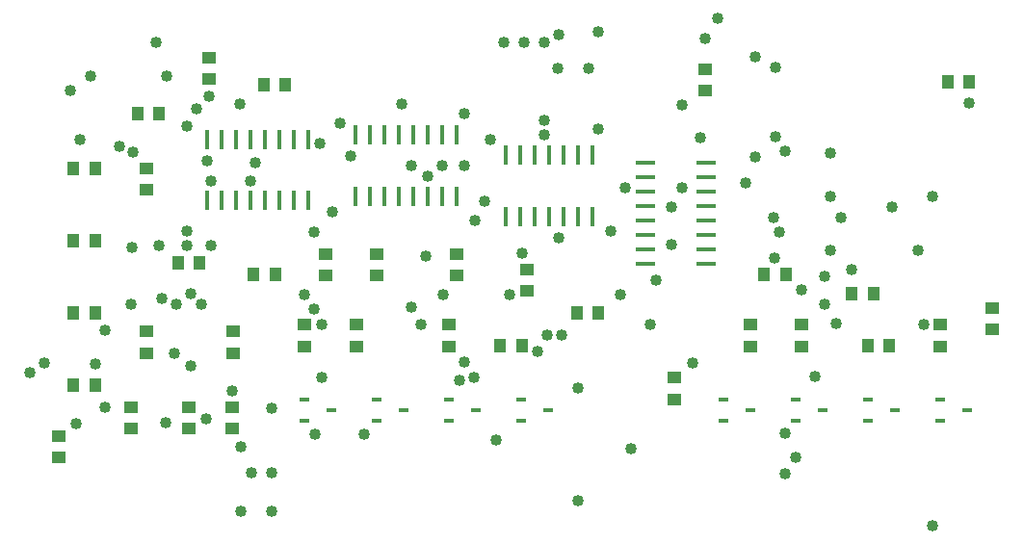
<source format=gbr>
G04 DipTrace 2.2.0.9*
%INTopPaste.gbr*%
%MOIN*%
%ADD24C,0.04*%
%ADD32R,0.0707X0.0156*%
%ADD38R,0.0156X0.0707*%
%ADD40R,0.0333X0.0176*%
%ADD44R,0.0432X0.0511*%
%ADD46R,0.0511X0.0432*%
%FSLAX44Y44*%
%SFA1B1*%
%OFA0B0*%
G04*
G70*
G90*
G75*
G01*
%LNTopPaste*%
%LPD*%
D24*
X8188Y10173D3*
X33990Y15256D3*
X23727Y18599D3*
X9038Y17705D3*
X20973Y17056D3*
X34376Y13443D3*
X9438Y12249D3*
X38440Y19196D3*
X20220Y12572D3*
X31871Y14745D3*
X10640Y8155D3*
X30691Y16440D3*
X27395Y11529D3*
X20973Y18849D3*
X9473Y14218D3*
X12130Y19457D3*
X9503Y17505D3*
X31671Y15256D3*
X16669Y18495D3*
X22527Y12572D3*
X17019Y17375D3*
X23727Y18099D3*
X28507Y19142D3*
X27595Y13072D3*
X29290Y21440D3*
X12055Y17219D3*
X7535Y8094D3*
X5940Y9864D3*
X20205Y17025D3*
X8538Y11346D3*
X11355Y14285D3*
X19620Y13899D3*
X32071Y17542D3*
X11499Y12617D3*
X13725Y17149D3*
X26031Y14774D3*
X11685Y18995D3*
X28142Y14295D3*
X19705Y16675D3*
X28142Y15595D3*
X32440Y6940D3*
X32644Y12745D3*
X33439Y13193D3*
Y12245D3*
X33821Y11583D3*
X36846Y11529D3*
X15419Y12585D3*
X37166Y4590D3*
X33640Y15974D3*
X37166D3*
X32071Y7764D3*
X28857Y10216D3*
X25608Y18299D3*
Y21689D3*
X24227Y21579D3*
X22327Y21323D3*
X10305D3*
X7668Y17927D3*
X25258Y20400D3*
X8018Y20157D3*
X10655D3*
X23027Y21323D3*
X23727D3*
X29132Y18024D3*
X29735Y22129D3*
X24882Y9347D3*
Y5440D3*
X16040Y9699D3*
Y11529D3*
X23512Y10615D3*
X20947Y10225D3*
X21297Y9694D3*
X23827Y11185D3*
X19470Y11529D3*
X24327Y11185D3*
X19120Y12149D3*
X14294Y6417D3*
X13594D3*
X10945Y10548D3*
X10999Y12249D3*
X8538Y8688D3*
X6440Y10218D3*
X10499Y12449D3*
X26714Y7238D3*
X24245Y14542D3*
X26364Y12572D3*
X32071Y6390D3*
X7318Y19639D3*
X11853Y12249D3*
X10405Y14285D3*
X13189Y19167D3*
X18806D3*
X12207Y14285D3*
X12917Y9244D3*
X15769Y14742D3*
Y12085D3*
X14294Y8640D3*
X21873Y17949D3*
X22052Y7540D3*
X20797Y9602D3*
X15975Y17795D3*
X11355Y18417D3*
Y14785D3*
X11499Y10123D3*
X12040Y8290D3*
X14294Y5090D3*
X13244D3*
Y7315D3*
X16390Y15437D3*
X19120Y17025D3*
X22977Y13997D3*
X12207Y16519D3*
X13573D3*
X24186Y20400D3*
X21323Y15142D3*
X17490Y7740D3*
X15790D3*
X21673Y15823D3*
X26519Y16273D3*
X28492D3*
X31041Y17356D3*
Y20800D3*
X36666Y14124D3*
X33640D3*
X35766Y15624D3*
X33640Y17474D3*
X31741Y18042D3*
Y20450D3*
X31684Y13856D3*
X33089Y9737D3*
D46*
X9946Y16949D3*
Y16201D3*
X12949Y10548D3*
Y11296D3*
X9946Y10548D3*
Y11296D3*
D44*
X38440Y19940D3*
X37692D3*
X9651Y18838D3*
X10399D3*
D46*
X20710Y13985D3*
Y13237D3*
X23128Y12693D3*
Y13441D3*
X12130Y20025D3*
Y20773D3*
D44*
X11801Y13690D3*
X11053D3*
D46*
X29290Y19635D3*
Y20383D3*
D44*
X14019Y19852D3*
X14767D3*
D40*
X29940Y8940D3*
Y8192D3*
X30846Y8566D3*
X32440Y8940D3*
Y8192D3*
X33346Y8566D3*
X34940Y8940D3*
Y8192D3*
X35846Y8566D3*
X37440Y8940D3*
Y8192D3*
X38346Y8566D3*
X15440Y8940D3*
Y8192D3*
X16346Y8566D3*
X17940Y8940D3*
Y8192D3*
X18846Y8566D3*
X20440Y8940D3*
Y8192D3*
X21346Y8566D3*
X22940Y8940D3*
Y8192D3*
X23846Y8566D3*
D46*
X28237Y9696D3*
Y8948D3*
X30850Y10781D3*
Y11529D3*
X32644D3*
Y10781D3*
D44*
X32082Y13261D3*
X31334D3*
X35670Y10804D3*
X34922D3*
X35124Y12598D3*
X34376D3*
D46*
X37441Y11529D3*
Y10781D3*
X39235Y11366D3*
Y12114D3*
D44*
X7440Y16940D3*
X8188D3*
X7440Y9440D3*
X8188D3*
X7440Y11940D3*
X8188D3*
X7440Y14440D3*
X8188D3*
D46*
X15445Y11529D3*
Y10781D3*
X17239D3*
Y11529D3*
X17941Y13986D3*
Y13238D3*
X16147D3*
Y13986D3*
X20437Y11529D3*
Y10781D3*
D44*
X25608Y11935D3*
X24860D3*
X22208Y10804D3*
X22956D3*
X14415Y13261D3*
X13667D3*
D46*
X11440Y7940D3*
Y8688D3*
X12940Y7940D3*
Y8688D3*
X6940Y6940D3*
Y7688D3*
X9440Y7940D3*
Y8688D3*
D38*
X15557Y17951D3*
X15057D3*
X14557D3*
X14057D3*
X13557D3*
X13057D3*
X12557D3*
X12057D3*
Y15825D3*
X12557D3*
X13057D3*
X13557D3*
X14057D3*
X14557D3*
X15057D3*
X15557D3*
X17205Y15981D3*
X17705D3*
X18205D3*
X18705D3*
X19205D3*
X19705D3*
X20205D3*
X20705D3*
Y18107D3*
X20205D3*
X19705D3*
X19205D3*
X18705D3*
X18205D3*
X17705D3*
X17205D3*
X22408Y15279D3*
X22908D3*
X23408D3*
X23908D3*
X24408D3*
X24908D3*
X25408D3*
Y17405D3*
X24908D3*
X24408D3*
X23908D3*
X23408D3*
X22908D3*
X22408D3*
D32*
X27213Y17156D3*
Y16656D3*
Y16156D3*
Y15656D3*
Y15156D3*
Y14656D3*
Y14156D3*
Y13656D3*
X29339D3*
Y14156D3*
Y14656D3*
Y15156D3*
Y15656D3*
Y16156D3*
Y16656D3*
Y17156D3*
M02*

</source>
